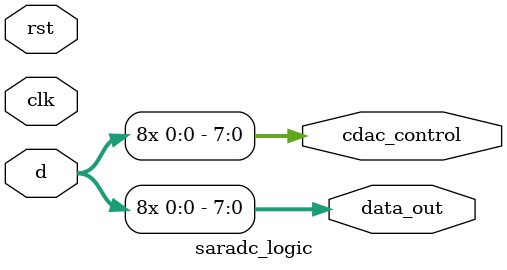
<source format=sv>
module saradc_logic(
    input logic clk,
    input logic rst,
    input logic d,
    output logic [7:0] data_out,
    output logic [7:0] cdac_control
);

assign data_out[7:0] = {8{d}};
assign cdac_control[7:0] = {8{d}};

endmodule
</source>
